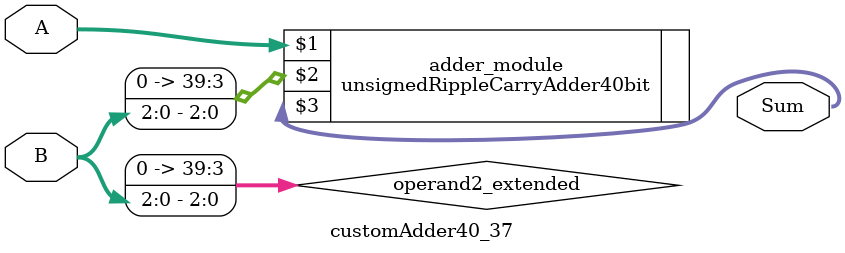
<source format=v>
module customAdder40_37(
                        input [39 : 0] A,
                        input [2 : 0] B,
                        
                        output [40 : 0] Sum
                );

        wire [39 : 0] operand2_extended;
        
        assign operand2_extended =  {37'b0, B};
        
        unsignedRippleCarryAdder40bit adder_module(
            A,
            operand2_extended,
            Sum
        );
        
        endmodule
        
</source>
